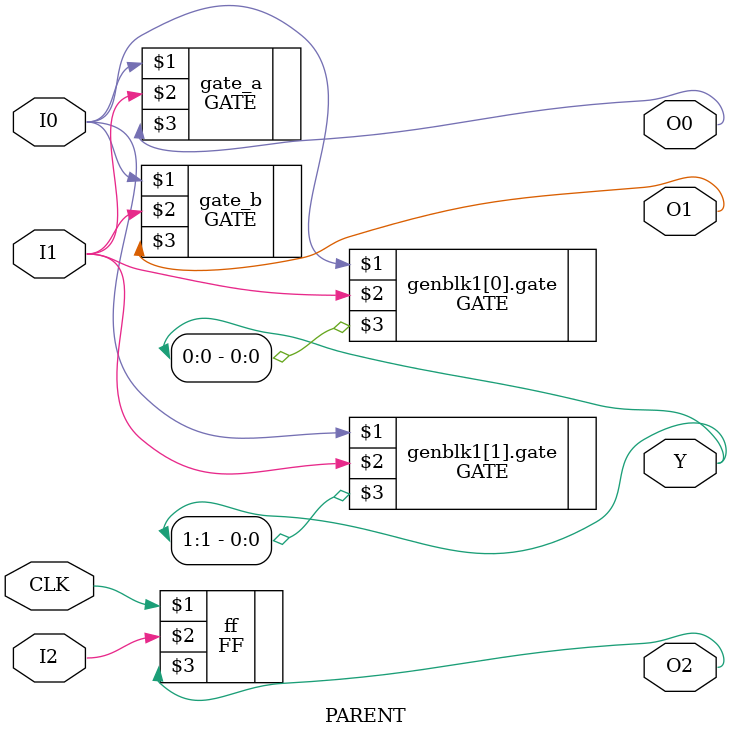
<source format=v>
/*
 * Copyright (C) 2020  The SymbiFlow Authors.
 *
 * Use of this source code is governed by a ISC-style
 * license that can be found in the LICENSE file or at
 * https://opensource.org/licenses/ISC
 *
 * SPDX-License-Identifier:     ISC
 */

`include "./gate/gate.sim.v"
`include "./ff/ff.sim.v"

module PARENT (CLK, I0, I1, I2, O0, O1, O2, Y);
  (* CLOCK *)
  input  wire CLK;
  input  wire I0;
  input  wire I1;
  input  wire I2;
  output wire O0;
  output wire O1;
  output wire O2;
  output wire [1:0] Y;

  // Explicit instances of multiple children of the same type.
  (* FASM_PREFIX = "FASM_PREFIX_FOR_GATE_A" *)
  GATE gate_a (I0, I1, O0);
  (* FASM_PREFIX = "FASM_PREFIX_FOR_GATE_B" *)
  GATE gate_b (I0, I1, O1);

  // Multiple children defined using the generate statement. Each instance is
  // assigned a different fasm prefix.
  genvar i;
  generate for (i=0; i<2; i=i+1) begin
    (* FASM_PREFIX = "PREFIX_FOR_GATE_I0;PREFIX_FOR_GATE_I1" *)
    GATE gate (I0, I1, Y[i]);
  end endgenerate

  // An instance of a single child cell.
  (* FASM_PREFIX = "FASM_PREFIX_FOR_FF" *)
  FF ff (CLK, I2, O2);

endmodule

</source>
